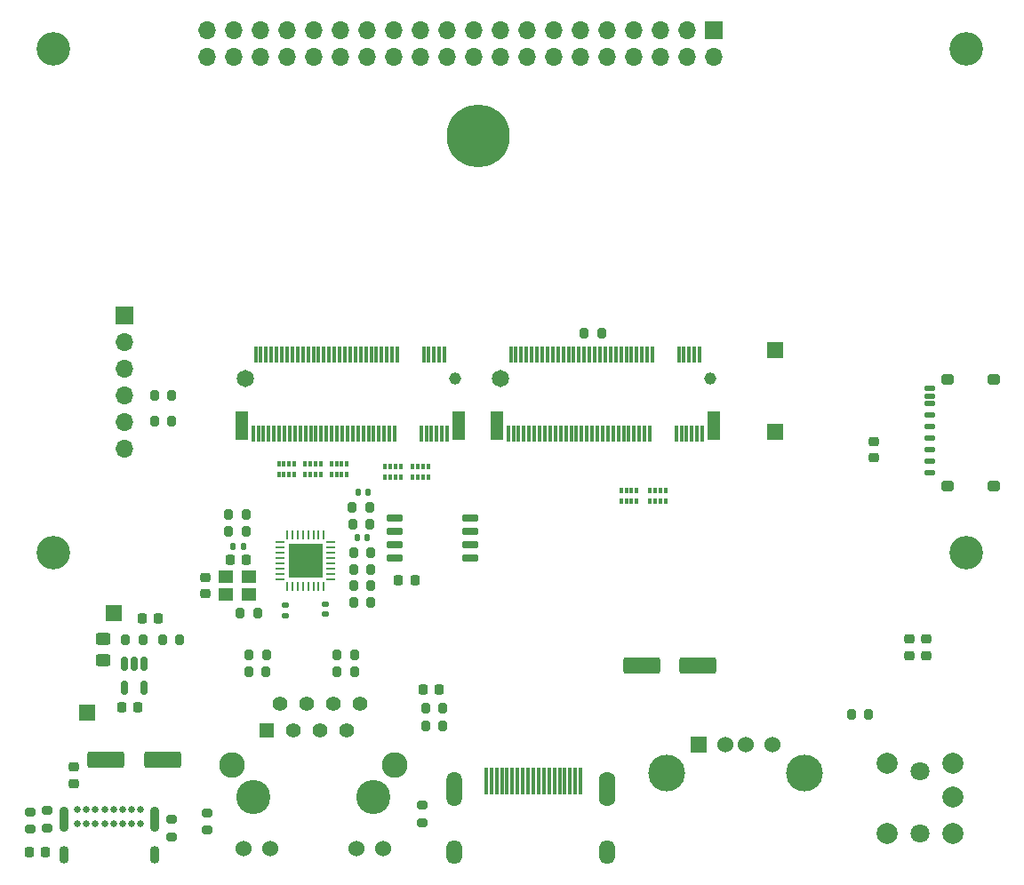
<source format=gbr>
%TF.GenerationSoftware,KiCad,Pcbnew,6.0.2-1.fc35*%
%TF.CreationDate,2022-03-30T21:24:33+02:00*%
%TF.ProjectId,dock,646f636b-2e6b-4696-9361-645f70636258,rev?*%
%TF.SameCoordinates,Original*%
%TF.FileFunction,Soldermask,Top*%
%TF.FilePolarity,Negative*%
%FSLAX46Y46*%
G04 Gerber Fmt 4.6, Leading zero omitted, Abs format (unit mm)*
G04 Created by KiCad (PCBNEW 6.0.2-1.fc35) date 2022-03-30 21:24:33*
%MOMM*%
%LPD*%
G01*
G04 APERTURE LIST*
G04 Aperture macros list*
%AMRoundRect*
0 Rectangle with rounded corners*
0 $1 Rounding radius*
0 $2 $3 $4 $5 $6 $7 $8 $9 X,Y pos of 4 corners*
0 Add a 4 corners polygon primitive as box body*
4,1,4,$2,$3,$4,$5,$6,$7,$8,$9,$2,$3,0*
0 Add four circle primitives for the rounded corners*
1,1,$1+$1,$2,$3*
1,1,$1+$1,$4,$5*
1,1,$1+$1,$6,$7*
1,1,$1+$1,$8,$9*
0 Add four rect primitives between the rounded corners*
20,1,$1+$1,$2,$3,$4,$5,0*
20,1,$1+$1,$4,$5,$6,$7,0*
20,1,$1+$1,$6,$7,$8,$9,0*
20,1,$1+$1,$8,$9,$2,$3,0*%
G04 Aperture macros list end*
%ADD10RoundRect,0.200000X0.275000X-0.200000X0.275000X0.200000X-0.275000X0.200000X-0.275000X-0.200000X0*%
%ADD11RoundRect,0.200000X0.200000X0.275000X-0.200000X0.275000X-0.200000X-0.275000X0.200000X-0.275000X0*%
%ADD12R,0.400000X0.500000*%
%ADD13R,0.300000X0.500000*%
%ADD14R,0.300000X2.600000*%
%ADD15O,1.500000X2.300000*%
%ADD16O,1.600000X3.300000*%
%ADD17O,1.500000X3.300000*%
%ADD18RoundRect,0.225000X0.250000X-0.225000X0.250000X0.225000X-0.250000X0.225000X-0.250000X-0.225000X0*%
%ADD19C,1.150000*%
%ADD20C,1.650000*%
%ADD21R,0.300000X1.550000*%
%ADD22R,1.200000X2.750000*%
%ADD23RoundRect,0.200000X-0.275000X0.200000X-0.275000X-0.200000X0.275000X-0.200000X0.275000X0.200000X0*%
%ADD24RoundRect,0.200000X-0.200000X-0.275000X0.200000X-0.275000X0.200000X0.275000X-0.200000X0.275000X0*%
%ADD25R,1.500000X1.500000*%
%ADD26C,3.200000*%
%ADD27R,1.524000X1.524000*%
%ADD28C,1.524000*%
%ADD29C,3.500000*%
%ADD30R,1.700000X1.700000*%
%ADD31O,1.700000X1.700000*%
%ADD32C,1.800000*%
%ADD33C,2.000000*%
%ADD34RoundRect,0.140000X-0.140000X-0.170000X0.140000X-0.170000X0.140000X0.170000X-0.140000X0.170000X0*%
%ADD35RoundRect,0.225000X-0.250000X0.225000X-0.250000X-0.225000X0.250000X-0.225000X0.250000X0.225000X0*%
%ADD36RoundRect,0.250000X0.450000X-0.325000X0.450000X0.325000X-0.450000X0.325000X-0.450000X-0.325000X0*%
%ADD37RoundRect,0.150000X0.650000X0.150000X-0.650000X0.150000X-0.650000X-0.150000X0.650000X-0.150000X0*%
%ADD38RoundRect,0.140000X-0.170000X0.140000X-0.170000X-0.140000X0.170000X-0.140000X0.170000X0.140000X0*%
%ADD39RoundRect,0.150000X-0.150000X0.512500X-0.150000X-0.512500X0.150000X-0.512500X0.150000X0.512500X0*%
%ADD40RoundRect,0.218750X0.256250X-0.218750X0.256250X0.218750X-0.256250X0.218750X-0.256250X-0.218750X0*%
%ADD41R,1.400000X1.200000*%
%ADD42RoundRect,0.140000X0.140000X0.170000X-0.140000X0.170000X-0.140000X-0.170000X0.140000X-0.170000X0*%
%ADD43C,6.000000*%
%ADD44RoundRect,0.225000X-0.225000X-0.250000X0.225000X-0.250000X0.225000X0.250000X-0.225000X0.250000X0*%
%ADD45RoundRect,0.125000X-0.375000X0.125000X-0.375000X-0.125000X0.375000X-0.125000X0.375000X0.125000X0*%
%ADD46RoundRect,0.237500X-0.362500X0.237500X-0.362500X-0.237500X0.362500X-0.237500X0.362500X0.237500X0*%
%ADD47RoundRect,0.218750X0.218750X0.256250X-0.218750X0.256250X-0.218750X-0.256250X0.218750X-0.256250X0*%
%ADD48RoundRect,0.062500X0.062500X-0.375000X0.062500X0.375000X-0.062500X0.375000X-0.062500X-0.375000X0*%
%ADD49RoundRect,0.062500X0.375000X-0.062500X0.375000X0.062500X-0.375000X0.062500X-0.375000X-0.062500X0*%
%ADD50R,3.300000X3.300000*%
%ADD51C,0.650000*%
%ADD52O,0.900000X1.700000*%
%ADD53O,0.900000X2.400000*%
%ADD54C,3.250000*%
%ADD55R,1.398000X1.398000*%
%ADD56C,1.398000*%
%ADD57C,1.530000*%
%ADD58C,2.445000*%
%ADD59RoundRect,0.250000X1.500000X0.550000X-1.500000X0.550000X-1.500000X-0.550000X1.500000X-0.550000X0*%
%ADD60RoundRect,0.225000X0.225000X0.250000X-0.225000X0.250000X-0.225000X-0.250000X0.225000X-0.250000X0*%
%ADD61RoundRect,0.250000X-1.500000X-0.550000X1.500000X-0.550000X1.500000X0.550000X-1.500000X0.550000X0*%
G04 APERTURE END LIST*
D10*
%TO.C,R3*%
X128250000Y-154075000D03*
X128250000Y-152425000D03*
%TD*%
D11*
%TO.C,R22*%
X154125000Y-143500000D03*
X152475000Y-143500000D03*
%TD*%
%TO.C,R5*%
X128325000Y-112000000D03*
X126675000Y-112000000D03*
%TD*%
%TO.C,R20*%
X136475000Y-132762500D03*
X134825000Y-132762500D03*
%TD*%
%TO.C,R12*%
X147275000Y-130162500D03*
X145625000Y-130162500D03*
%TD*%
D12*
%TO.C,RN1*%
X151250000Y-119800000D03*
D13*
X151750000Y-119800000D03*
X152250000Y-119800000D03*
D12*
X152750000Y-119800000D03*
X152750000Y-118800000D03*
D13*
X152250000Y-118800000D03*
X151750000Y-118800000D03*
D12*
X151250000Y-118800000D03*
%TD*%
D14*
%TO.C,J9*%
X167250000Y-148750000D03*
X166750000Y-148750000D03*
X166250000Y-148750000D03*
X165750000Y-148750000D03*
X165250000Y-148750000D03*
X164750000Y-148750000D03*
X164250000Y-148750000D03*
X163750000Y-148750000D03*
X163250000Y-148750000D03*
X162750000Y-148750000D03*
X162250000Y-148750000D03*
X161750000Y-148750000D03*
X161250000Y-148750000D03*
X160750000Y-148750000D03*
X160250000Y-148750000D03*
X159750000Y-148750000D03*
X159250000Y-148750000D03*
X158750000Y-148750000D03*
X158250000Y-148750000D03*
D15*
X169750000Y-155500000D03*
X155250000Y-155500000D03*
D16*
X169750000Y-149500000D03*
D17*
X155250000Y-149500000D03*
%TD*%
D18*
%TO.C,C13*%
X131550000Y-130912500D03*
X131550000Y-129362500D03*
%TD*%
D19*
%TO.C,J2*%
X155300000Y-110400000D03*
D20*
X135300000Y-110400000D03*
D21*
X154550000Y-115675000D03*
X154300000Y-108125000D03*
X154050000Y-115675000D03*
X153800000Y-108125000D03*
X153550000Y-115675000D03*
X153300000Y-108125000D03*
X153050000Y-115675000D03*
X152800000Y-108125000D03*
X152550000Y-115675000D03*
X152300000Y-108125000D03*
X152050000Y-115675000D03*
X149800000Y-108125000D03*
X149550000Y-115675000D03*
X149300000Y-108125000D03*
X149050000Y-115675000D03*
X148800000Y-108125000D03*
X148550000Y-115675000D03*
X148300000Y-108125000D03*
X148050000Y-115675000D03*
X147800000Y-108125000D03*
X147550000Y-115675000D03*
X147300000Y-108125000D03*
X147050000Y-115675000D03*
X146800000Y-108125000D03*
X146550000Y-115675000D03*
X146300000Y-108125000D03*
X146050000Y-115675000D03*
X145800000Y-108125000D03*
X145550000Y-115675000D03*
X145300000Y-108125000D03*
X145050000Y-115675000D03*
X144800000Y-108125000D03*
X144550000Y-115675000D03*
X144300000Y-108125000D03*
X144050000Y-115675000D03*
X143800000Y-108125000D03*
X143550000Y-115675000D03*
X143300000Y-108125000D03*
X143050000Y-115675000D03*
X142800000Y-108125000D03*
X142550000Y-115675000D03*
X142300000Y-108125000D03*
X142050000Y-115675000D03*
X141800000Y-108125000D03*
X141550000Y-115675000D03*
X141300000Y-108125000D03*
X141050000Y-115675000D03*
X140800000Y-108125000D03*
X140550000Y-115675000D03*
X140300000Y-108125000D03*
X140050000Y-115675000D03*
X139800000Y-108125000D03*
X139550000Y-115675000D03*
X139300000Y-108125000D03*
X139050000Y-115675000D03*
X138800000Y-108125000D03*
X138550000Y-115675000D03*
X138300000Y-108125000D03*
X138050000Y-115675000D03*
X137800000Y-108125000D03*
X137550000Y-115675000D03*
X137300000Y-108125000D03*
X137050000Y-115675000D03*
X136800000Y-108125000D03*
X136550000Y-115675000D03*
X136300000Y-108125000D03*
X136050000Y-115675000D03*
D22*
X155650000Y-114900000D03*
X134950000Y-114900000D03*
%TD*%
D23*
%TO.C,R15*%
X114800000Y-151675000D03*
X114800000Y-153325000D03*
%TD*%
D24*
%TO.C,R18*%
X145625000Y-131762500D03*
X147275000Y-131762500D03*
%TD*%
%TO.C,R19*%
X145500000Y-122662500D03*
X147150000Y-122662500D03*
%TD*%
D11*
%TO.C,R10*%
X147275000Y-126962500D03*
X145625000Y-126962500D03*
%TD*%
D12*
%TO.C,RN4*%
X141000000Y-119500000D03*
D13*
X141500000Y-119500000D03*
X142000000Y-119500000D03*
D12*
X142500000Y-119500000D03*
X142500000Y-118500000D03*
D13*
X142000000Y-118500000D03*
X141500000Y-118500000D03*
D12*
X141000000Y-118500000D03*
%TD*%
D25*
%TO.C,TP1*%
X120250000Y-142250000D03*
%TD*%
%TO.C,SW1*%
X185800000Y-115500000D03*
X185800000Y-107700000D03*
%TD*%
D26*
%TO.C,H4*%
X204000000Y-79000000D03*
%TD*%
D11*
%TO.C,R6*%
X128325000Y-114500000D03*
X126675000Y-114500000D03*
%TD*%
D24*
%TO.C,R23*%
X135650000Y-138300000D03*
X137300000Y-138300000D03*
%TD*%
D27*
%TO.C,J6*%
X178500000Y-145272500D03*
D28*
X181000000Y-145272500D03*
X183000000Y-145272500D03*
X185500000Y-145272500D03*
D29*
X175430000Y-147982500D03*
X188570000Y-147982500D03*
%TD*%
D30*
%TO.C,J4*%
X179950000Y-77210000D03*
D31*
X179950000Y-79750000D03*
X177410000Y-77210000D03*
X177410000Y-79750000D03*
X174870000Y-77210000D03*
X174870000Y-79750000D03*
X172330000Y-77210000D03*
X172330000Y-79750000D03*
X169790000Y-77210000D03*
X169790000Y-79750000D03*
X167250000Y-77210000D03*
X167250000Y-79750000D03*
X164710000Y-77210000D03*
X164710000Y-79750000D03*
X162170000Y-77210000D03*
X162170000Y-79750000D03*
X159630000Y-77210000D03*
X159630000Y-79750000D03*
X157090000Y-77210000D03*
X157090000Y-79750000D03*
X154550000Y-77210000D03*
X154550000Y-79750000D03*
X152010000Y-77210000D03*
X152010000Y-79750000D03*
X149470000Y-77210000D03*
X149470000Y-79750000D03*
X146930000Y-77210000D03*
X146930000Y-79750000D03*
X144390000Y-77210000D03*
X144390000Y-79750000D03*
X141850000Y-77210000D03*
X141850000Y-79750000D03*
X139310000Y-77210000D03*
X139310000Y-79750000D03*
X136770000Y-77210000D03*
X136770000Y-79750000D03*
X134230000Y-77210000D03*
X134230000Y-79750000D03*
X131690000Y-77210000D03*
X131690000Y-79750000D03*
%TD*%
D11*
%TO.C,R7*%
X194700000Y-142400000D03*
X193050000Y-142400000D03*
%TD*%
%TO.C,R8*%
X169250000Y-106100000D03*
X167600000Y-106100000D03*
%TD*%
D23*
%TO.C,R4*%
X116400000Y-151575000D03*
X116400000Y-153225000D03*
%TD*%
D32*
%TO.C,J7*%
X199547566Y-147850000D03*
X199547566Y-153750000D03*
D33*
X202747566Y-150250000D03*
X196447566Y-147050000D03*
X202752433Y-147050000D03*
X196447566Y-153750000D03*
X202747566Y-153750000D03*
%TD*%
D12*
%TO.C,RN6*%
X173850000Y-122100000D03*
D13*
X174350000Y-122100000D03*
X174850000Y-122100000D03*
D12*
X175350000Y-122100000D03*
X175350000Y-121100000D03*
D13*
X174850000Y-121100000D03*
X174350000Y-121100000D03*
D12*
X173850000Y-121100000D03*
%TD*%
D34*
%TO.C,C7*%
X145990000Y-125562500D03*
X146950000Y-125562500D03*
%TD*%
D12*
%TO.C,RN5*%
X138500000Y-119500000D03*
D13*
X139000000Y-119500000D03*
X139500000Y-119500000D03*
D12*
X140000000Y-119500000D03*
X140000000Y-118500000D03*
D13*
X139500000Y-118500000D03*
X139000000Y-118500000D03*
D12*
X138500000Y-118500000D03*
%TD*%
D35*
%TO.C,C15*%
X195200000Y-116400000D03*
X195200000Y-117950000D03*
%TD*%
D36*
%TO.C,L1*%
X121750000Y-137275000D03*
X121750000Y-135225000D03*
%TD*%
D37*
%TO.C,U3*%
X156707858Y-127505000D03*
X156707858Y-126235000D03*
X156707858Y-124965000D03*
X156707858Y-123695000D03*
X149507858Y-123695000D03*
X149507858Y-124965000D03*
X149507858Y-126235000D03*
X149507858Y-127505000D03*
%TD*%
D10*
%TO.C,R14*%
X152200000Y-152725000D03*
X152200000Y-151075000D03*
%TD*%
D38*
%TO.C,C8*%
X142950000Y-131882500D03*
X142950000Y-132842500D03*
%TD*%
D12*
%TO.C,RN3*%
X143500000Y-119500000D03*
D13*
X144000000Y-119500000D03*
X144500000Y-119500000D03*
D12*
X145000000Y-119500000D03*
X145000000Y-118500000D03*
D13*
X144500000Y-118500000D03*
X144000000Y-118500000D03*
D12*
X143500000Y-118500000D03*
%TD*%
D18*
%TO.C,C6*%
X200200000Y-136775000D03*
X200200000Y-135225000D03*
%TD*%
D20*
%TO.C,J1*%
X159600000Y-110400000D03*
D19*
X179600000Y-110400000D03*
D21*
X178850000Y-115675000D03*
X178600000Y-108125000D03*
X178350000Y-115675000D03*
X178100000Y-108125000D03*
X177850000Y-115675000D03*
X177600000Y-108125000D03*
X177350000Y-115675000D03*
X177100000Y-108125000D03*
X176850000Y-115675000D03*
X176600000Y-108125000D03*
X176350000Y-115675000D03*
X174100000Y-108125000D03*
X173850000Y-115675000D03*
X173600000Y-108125000D03*
X173350000Y-115675000D03*
X173100000Y-108125000D03*
X172850000Y-115675000D03*
X172600000Y-108125000D03*
X172350000Y-115675000D03*
X172100000Y-108125000D03*
X171850000Y-115675000D03*
X171600000Y-108125000D03*
X171350000Y-115675000D03*
X171100000Y-108125000D03*
X170850000Y-115675000D03*
X170600000Y-108125000D03*
X170350000Y-115675000D03*
X170100000Y-108125000D03*
X169850000Y-115675000D03*
X169600000Y-108125000D03*
X169350000Y-115675000D03*
X169100000Y-108125000D03*
X168850000Y-115675000D03*
X168600000Y-108125000D03*
X168350000Y-115675000D03*
X168100000Y-108125000D03*
X167850000Y-115675000D03*
X167600000Y-108125000D03*
X167350000Y-115675000D03*
X167100000Y-108125000D03*
X166850000Y-115675000D03*
X166600000Y-108125000D03*
X166350000Y-115675000D03*
X166100000Y-108125000D03*
X165850000Y-115675000D03*
X165600000Y-108125000D03*
X165350000Y-115675000D03*
X165100000Y-108125000D03*
X164850000Y-115675000D03*
X164600000Y-108125000D03*
X164350000Y-115675000D03*
X164100000Y-108125000D03*
X163850000Y-115675000D03*
X163600000Y-108125000D03*
X163350000Y-115675000D03*
X163100000Y-108125000D03*
X162850000Y-115675000D03*
X162600000Y-108125000D03*
X162350000Y-115675000D03*
X162100000Y-108125000D03*
X161850000Y-115675000D03*
X161600000Y-108125000D03*
X161350000Y-115675000D03*
X161100000Y-108125000D03*
X160850000Y-115675000D03*
X160600000Y-108125000D03*
X160350000Y-115675000D03*
D22*
X179950000Y-114900000D03*
X159250000Y-114900000D03*
%TD*%
D12*
%TO.C,RN2*%
X148650000Y-119800000D03*
D13*
X149150000Y-119800000D03*
X149650000Y-119800000D03*
D12*
X150150000Y-119800000D03*
X150150000Y-118800000D03*
D13*
X149650000Y-118800000D03*
X149150000Y-118800000D03*
D12*
X148650000Y-118800000D03*
%TD*%
D34*
%TO.C,C10*%
X146070000Y-121262500D03*
X147030000Y-121262500D03*
%TD*%
D11*
%TO.C,R21*%
X154125000Y-141800000D03*
X152475000Y-141800000D03*
%TD*%
D26*
%TO.C,H5*%
X117000000Y-127000000D03*
%TD*%
D39*
%TO.C,U1*%
X125700000Y-137612500D03*
X124750000Y-137612500D03*
X123800000Y-137612500D03*
X123800000Y-139887500D03*
X125700000Y-139887500D03*
%TD*%
D40*
%TO.C,FB1*%
X119000000Y-148987500D03*
X119000000Y-147412500D03*
%TD*%
D41*
%TO.C,Y1*%
X133450000Y-131012500D03*
X135650000Y-131012500D03*
X135650000Y-129312500D03*
X133450000Y-129312500D03*
%TD*%
D42*
%TO.C,C12*%
X135130000Y-126362500D03*
X134170000Y-126362500D03*
%TD*%
D11*
%TO.C,R26*%
X145725000Y-138300000D03*
X144075000Y-138300000D03*
%TD*%
D43*
%TO.C,H1*%
X157500000Y-87300000D03*
%TD*%
D38*
%TO.C,C11*%
X139150000Y-132002500D03*
X139150000Y-132962500D03*
%TD*%
D44*
%TO.C,C16*%
X152225000Y-140000000D03*
X153775000Y-140000000D03*
%TD*%
%TO.C,C3*%
X125475000Y-133250000D03*
X127025000Y-133250000D03*
%TD*%
D11*
%TO.C,R25*%
X145725000Y-136700000D03*
X144075000Y-136700000D03*
%TD*%
D45*
%TO.C,U4*%
X200487500Y-119367500D03*
X200487500Y-118267500D03*
X200487500Y-117167500D03*
X200487500Y-116067500D03*
X200487500Y-114967500D03*
X200487500Y-113867500D03*
X200487500Y-112767500D03*
X200487500Y-112067500D03*
X200487500Y-111367500D03*
D46*
X202187500Y-120667500D03*
X206587500Y-120667500D03*
X202187500Y-110467500D03*
X206587500Y-110467500D03*
%TD*%
D24*
%TO.C,R16*%
X145525000Y-124262500D03*
X147175000Y-124262500D03*
%TD*%
D12*
%TO.C,RN7*%
X171100000Y-122100000D03*
D13*
X171600000Y-122100000D03*
X172100000Y-122100000D03*
D12*
X172600000Y-122100000D03*
X172600000Y-121100000D03*
D13*
X172100000Y-121100000D03*
X171600000Y-121100000D03*
D12*
X171100000Y-121100000D03*
%TD*%
D24*
%TO.C,R11*%
X133750000Y-123362500D03*
X135400000Y-123362500D03*
%TD*%
D47*
%TO.C,D1*%
X116287500Y-155500000D03*
X114712500Y-155500000D03*
%TD*%
D24*
%TO.C,R24*%
X135675000Y-136700000D03*
X137325000Y-136700000D03*
%TD*%
D26*
%TO.C,H2*%
X117000000Y-79000000D03*
%TD*%
D24*
%TO.C,R2*%
X127425000Y-135250000D03*
X129075000Y-135250000D03*
%TD*%
D48*
%TO.C,U2*%
X139300000Y-130200000D03*
X139800000Y-130200000D03*
X140300000Y-130200000D03*
X140800000Y-130200000D03*
X141300000Y-130200000D03*
X141800000Y-130200000D03*
X142300000Y-130200000D03*
X142800000Y-130200000D03*
D49*
X143487500Y-129512500D03*
X143487500Y-129012500D03*
X143487500Y-128512500D03*
X143487500Y-128012500D03*
X143487500Y-127512500D03*
X143487500Y-127012500D03*
X143487500Y-126512500D03*
X143487500Y-126012500D03*
D48*
X142800000Y-125325000D03*
X142300000Y-125325000D03*
X141800000Y-125325000D03*
X141300000Y-125325000D03*
X140800000Y-125325000D03*
X140300000Y-125325000D03*
X139800000Y-125325000D03*
X139300000Y-125325000D03*
D49*
X138612500Y-126012500D03*
X138612500Y-126512500D03*
X138612500Y-127012500D03*
X138612500Y-127512500D03*
X138612500Y-128012500D03*
X138612500Y-128512500D03*
X138612500Y-129012500D03*
X138612500Y-129512500D03*
D50*
X141050000Y-127762500D03*
%TD*%
D30*
%TO.C,J5*%
X123825000Y-104400000D03*
D31*
X123825000Y-106940000D03*
X123825000Y-109480000D03*
X123825000Y-112020000D03*
X123825000Y-114560000D03*
X123825000Y-117100000D03*
%TD*%
D44*
%TO.C,C2*%
X123525000Y-141750000D03*
X125075000Y-141750000D03*
%TD*%
D51*
%TO.C,J3*%
X119350000Y-151500000D03*
X120200000Y-151500000D03*
X121050000Y-151500000D03*
X121900000Y-151500000D03*
X122750000Y-151500000D03*
X123600000Y-151500000D03*
X124450000Y-151500000D03*
X125300000Y-151500000D03*
X125300000Y-152850000D03*
X124450000Y-152850000D03*
X123600000Y-152850000D03*
X122750000Y-152850000D03*
X121900000Y-152850000D03*
X121050000Y-152850000D03*
X120200000Y-152850000D03*
X119350000Y-152850000D03*
D52*
X126700000Y-155800000D03*
X118050000Y-155800000D03*
D53*
X126700000Y-152400000D03*
X118050000Y-152400000D03*
%TD*%
D10*
%TO.C,R13*%
X131700000Y-153425000D03*
X131700000Y-151775000D03*
%TD*%
D54*
%TO.C,J8*%
X147527500Y-150280000D03*
X136097500Y-150280000D03*
D55*
X137362500Y-143930000D03*
D56*
X138632500Y-141390000D03*
X139902500Y-143930000D03*
X141172500Y-141390000D03*
X142442500Y-143930000D03*
X143712500Y-141390000D03*
X144982500Y-143930000D03*
X146252500Y-141390000D03*
D57*
X135187500Y-155180000D03*
X137727500Y-155180000D03*
X145897500Y-155180000D03*
X148437500Y-155180000D03*
D58*
X134067500Y-147230000D03*
X149557500Y-147230000D03*
%TD*%
D25*
%TO.C,TP2*%
X122750000Y-132750000D03*
%TD*%
D24*
%TO.C,R17*%
X133725000Y-124962500D03*
X135375000Y-124962500D03*
%TD*%
%TO.C,R9*%
X145625000Y-128562500D03*
X147275000Y-128562500D03*
%TD*%
D44*
%TO.C,C9*%
X149907858Y-129600000D03*
X151457858Y-129600000D03*
%TD*%
D59*
%TO.C,C4*%
X178450000Y-137750000D03*
X173050000Y-137750000D03*
%TD*%
D60*
%TO.C,C14*%
X135400000Y-127662500D03*
X133850000Y-127662500D03*
%TD*%
D61*
%TO.C,C1*%
X122050000Y-146750000D03*
X127450000Y-146750000D03*
%TD*%
D26*
%TO.C,H3*%
X204000000Y-127000000D03*
%TD*%
D24*
%TO.C,R1*%
X123925000Y-135250000D03*
X125575000Y-135250000D03*
%TD*%
D18*
%TO.C,C5*%
X198600000Y-136775000D03*
X198600000Y-135225000D03*
%TD*%
M02*

</source>
